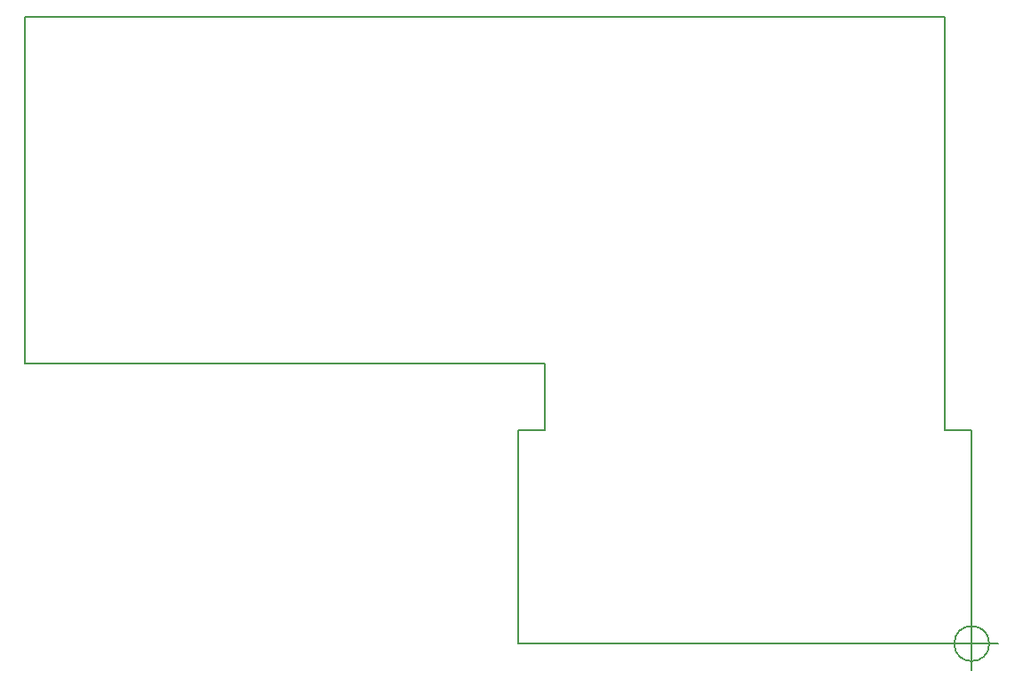
<source format=gm1>
G04 #@! TF.FileFunction,Profile,NP*
%FSLAX46Y46*%
G04 Gerber Fmt 4.6, Leading zero omitted, Abs format (unit mm)*
G04 Created by KiCad (PCBNEW 4.0.7) date 01/10/20 10:39:04*
%MOMM*%
%LPD*%
G01*
G04 APERTURE LIST*
%ADD10C,0.100000*%
%ADD11C,0.150000*%
G04 APERTURE END LIST*
D10*
D11*
X1666666Y0D02*
G75*
G03X1666666Y0I-1666666J0D01*
G01*
X-2500000Y0D02*
X2500000Y0D01*
X0Y2500000D02*
X0Y-2500000D01*
X-43180000Y20320000D02*
X-43180000Y2540000D01*
X-40640000Y20320000D02*
X-43180000Y20320000D01*
X-40640000Y26670000D02*
X-40640000Y20320000D01*
X-43180000Y26670000D02*
X-40640000Y26670000D01*
X-2540000Y59690000D02*
X-90170000Y59690000D01*
X-2540000Y58420000D02*
X-2540000Y59690000D01*
X-2540000Y20320000D02*
X-2540000Y58420000D01*
X0Y20320000D02*
X-2540000Y20320000D01*
X0Y0D02*
X0Y20320000D01*
X1666666Y0D02*
G75*
G03X1666666Y0I-1666666J0D01*
G01*
X-2500000Y0D02*
X2500000Y0D01*
X0Y2500000D02*
X0Y-2500000D01*
X-43180000Y0D02*
X-43180000Y2540000D01*
X0Y0D02*
X-43180000Y0D01*
X-46990000Y26670000D02*
X-43180000Y26670000D01*
X-90170000Y26670000D02*
X-46990000Y26670000D01*
X-90170000Y59690000D02*
X-90170000Y26670000D01*
M02*

</source>
